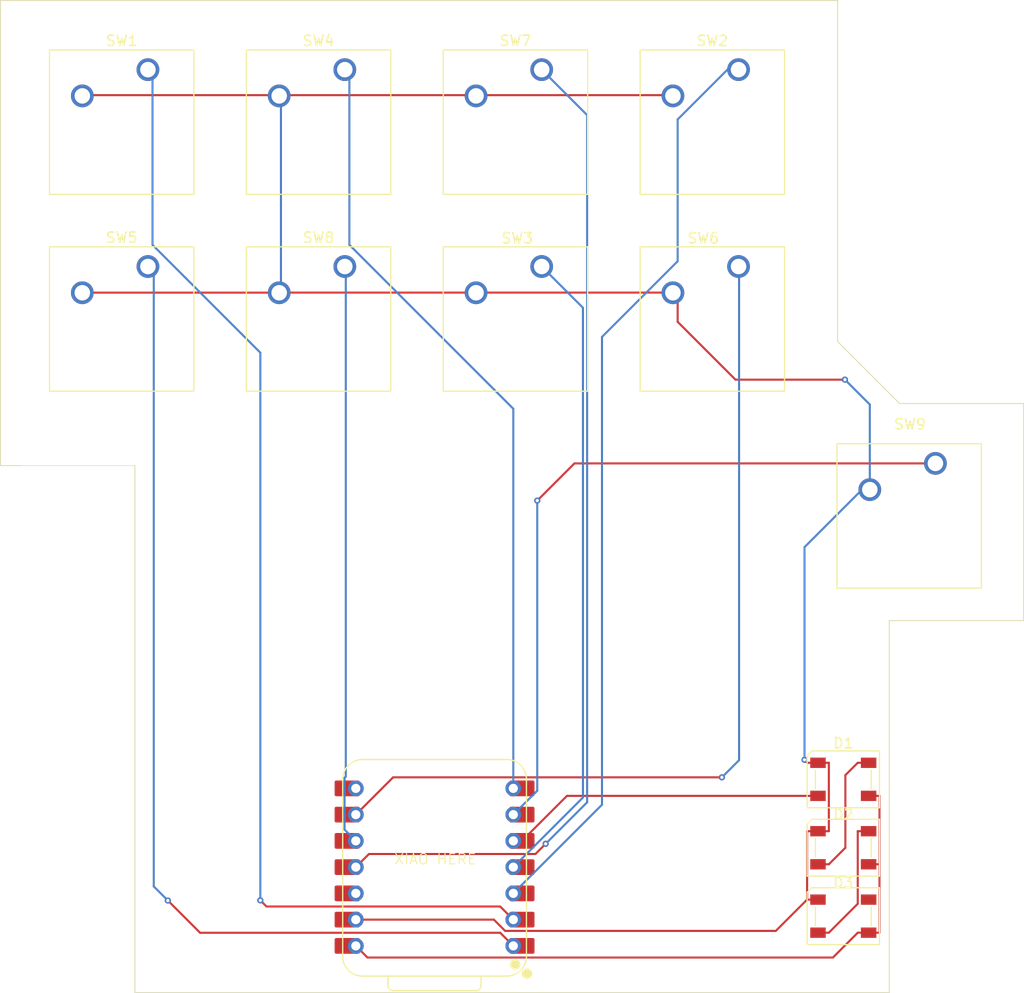
<source format=kicad_pcb>
(kicad_pcb (version 20241229) (generator "pcbnew") (generator_version "9.0")
  (layers (0 "F.Cu" signal) (2 "B.Cu" signal) (13 "F.Paste" user) (15 "B.Paste" user) (5 "F.SilkS" user "F.Silkscreen") (7 "B.SilkS" user "B.Silkscreen") (1 "F.Mask" user) (3 "B.Mask" user) (25 "Edge.Cuts" user))
  (net 0 "")
  (net 1 "Net-(D1-DOUT)")
  (net 2 "Net-(D1-DIN)")
  (net 3 "GND")
  (net 4 "Net-(U1-GPIO0{slash}TX)")
  (net 5 "Net-(D2-DOUT)")
  (net 7 "Net-(U1-GPIO26{slash}ADC0{slash}A0)")
  (net 12 "Net-(U1-GPIO4{slash}MISO)")
  (net 13 "Net-(U1-GPIO27{slash}ADC1{slash}A1)")
  (net 14 "Net-(U1-GPIO28{slash}ADC2{slash}A2)")
  (net 15 "Net-(U1-GPIO29{slash}ADC3{slash}A3)")
  (net 16 "Net-(U1-GPIO2{slash}SCK)")
  (net 17 "Net-(U1-GPIO3{slash}MOSI)")
  (net 18 "Net-(U1-GPIO7{slash}SCL)")
  (net 19 "+5V")
  (footprint "Button_Switch_Keyboard:SW_Cherry_MX_1.00u_PCB" (layer "F.Cu") (at 126.365 68.7387)
    (property "Reference" "SW3" (at -2.365 -2.73875 0) (layer "F.SilkS"))
    (property "Value" "SW_Push")
    (fp_line (start -9.525 -1.905) (end 4.445 -1.905) (stroke (width 0.12)) (layer "F.SilkS"))
    (fp_line (start -9.525 12.065) (end -9.525 -1.905) (stroke (width 0.12)) (layer "F.SilkS"))
    (fp_line (start 4.445 -1.905) (end 4.445 12.065) (stroke (width 0.12)) (layer "F.SilkS"))
    (fp_line (start 4.445 12.065) (end -9.525 12.065) (stroke (width 0.12)) (layer "F.SilkS"))
    (pad "" np_thru_hole circle (at -7.62 5.08) (size 1.7 1.7) (drill 1.7) (layers "*.Cu" "*.Mask"))
    (pad "" np_thru_hole circle (at -2.54 5.08) (size 4 4) (drill 4) (layers "*.Cu" "*.Mask"))
    (pad "" np_thru_hole circle (at 2.54 5.08) (size 1.7 1.7) (drill 1.7) (layers "*.Cu" "*.Mask"))
    (pad "1" thru_hole circle (at 0 0) (size 2.2 2.2) (drill 1.5) (layers "*.Cu" "*.Mask") (net 15 "Net-(U1-GPIO29{slash}ADC3{slash}A3)"))
    (pad "2" thru_hole circle (at -6.35 2.54) (size 2.2 2.2) (drill 1.5) (layers "*.Cu" "*.Mask") (net 3 "GND"))
  )
  (footprint "OPL:XIAO-RP2040-DIP" (layer "F.Cu") (at 116 126.856 180)
    (property "Reference" "U1" (hide yes))
    (property "Value" "XIAO-RP2040-DIP")
    (fp_line (start 8.89 8.509) (end 8.89 -8.636) (stroke (width 0.127)) (layer "F.SilkS"))
    (fp_line (start 6.985 -10.541) (end -6.985 -10.541) (stroke (width 0.1)) (layer "F.SilkS"))
    (fp_line (start 6.985 -10.541) (end -6.985 -10.541) (stroke (width 0.127)) (layer "F.SilkS"))
    (fp_line (start 4.504 -11.451) (end 4.504 -10.541) (stroke (width 0.127)) (layer "F.SilkS"))
    (fp_line (start -3.991272 -11.951) (end 4.004 -11.951) (stroke (width 0.127)) (layer "F.SilkS"))
    (fp_line (start -4.495 -10.541) (end -4.491272 -11.451272) (stroke (width 0.127)) (layer "F.SilkS"))
    (fp_line (start -6.985 10.414) (end 6.985 10.414) (stroke (width 0.127)) (layer "F.SilkS"))
    (fp_line (start -8.89 8.509) (end -8.89 -8.636) (stroke (width 0.127)) (layer "F.SilkS"))
    (fp_arc (start 8.89 8.509) (mid 8.332038 9.856038) (end 6.985 10.414) (stroke (width 0.127)) (layer "F.SilkS"))
    (fp_arc (start 6.985 -10.541) (mid 8.332038 -9.983038) (end 8.89 -8.636) (stroke (width 0.127)) (layer "F.SilkS"))
    (fp_arc (start 4.004 -11.951) (mid 4.357553 -11.804553) (end 4.504 -11.451) (stroke (width 0.127)) (layer "F.SilkS"))
    (fp_arc (start -4.491272 -11.451272) (mid -4.344728 -11.80464) (end -3.991272 -11.951) (stroke (width 0.127)) (layer "F.SilkS"))
    (fp_arc (start -6.985 10.414) (mid -8.332038 9.856038) (end -8.89 8.509) (stroke (width 0.127)) (layer "F.SilkS"))
    (fp_arc (start -8.89 -8.636) (mid -8.332038 -9.983038) (end -6.985 -10.541) (stroke (width 0.127)) (layer "F.SilkS"))
    (fp_circle (center -7.807 -9.42) (end -7.807 -9.674) (stroke (width 0.5)) (fill yes) (layer "F.SilkS"))
    (fp_circle (center -8.95 -10.3) (end -8.95 -10.554) (stroke (width 0.5)) (fill yes) (layer "F.SilkS"))
    (pad "1" smd roundrect (at -8.455 -7.62) (size 2.432 1.524) (layers "F.Cu" "F.Mask") (roundrect_rratio 0.1) (net 7 "Net-(U1-GPIO26{slash}ADC0{slash}A0)"))
    (pad "1" thru_hole circle (at -7.62 -7.62) (size 1.524 1.524) (drill 0.889) (layers "*.Cu" "*.Mask") (net 7 "Net-(U1-GPIO26{slash}ADC0{slash}A0)"))
    (pad "2" smd roundrect (at -8.455 -5.08) (size 2.432 1.524) (layers "F.Cu" "F.Mask") (roundrect_rratio 0.1) (net 13 "Net-(U1-GPIO27{slash}ADC1{slash}A1)"))
    (pad "2" thru_hole circle (at -7.62 -5.08) (size 1.524 1.524) (drill 0.889) (layers "*.Cu" "*.Mask") (net 13 "Net-(U1-GPIO27{slash}ADC1{slash}A1)"))
    (pad "3" smd roundrect (at -8.455 -2.54) (size 2.432 1.524) (layers "F.Cu" "F.Mask") (roundrect_rratio 0.1) (net 14 "Net-(U1-GPIO28{slash}ADC2{slash}A2)"))
    (pad "3" thru_hole circle (at -7.62 -2.54) (size 1.524 1.524) (drill 0.889) (layers "*.Cu" "*.Mask") (net 14 "Net-(U1-GPIO28{slash}ADC2{slash}A2)"))
    (pad "4" smd roundrect (at -8.455 0) (size 2.432 1.524) (layers "F.Cu" "F.Mask") (roundrect_rratio 0.1) (net 15 "Net-(U1-GPIO29{slash}ADC3{slash}A3)"))
    (pad "4" thru_hole circle (at -7.62 0) (size 1.524 1.524) (drill 0.889) (layers "*.Cu" "*.Mask") (net 15 "Net-(U1-GPIO29{slash}ADC3{slash}A3)"))
    (pad "5" smd roundrect (at -8.455 2.54) (size 2.432 1.524) (layers "F.Cu" "F.Mask") (roundrect_rratio 0.1) (net 2 "Net-(D1-DIN)"))
    (pad "5" thru_hole circle (at -7.62 2.54) (size 1.524 1.524) (drill 0.889) (layers "*.Cu" "*.Mask") (net 2 "Net-(D1-DIN)"))
    (pad "6" smd roundrect (at -8.455 5.08) (size 2.432 1.524) (layers "F.Cu" "F.Mask") (roundrect_rratio 0.1) (net 18 "Net-(U1-GPIO7{slash}SCL)"))
    (pad "6" thru_hole circle (at -7.62 5.08) (size 1.524 1.524) (drill 0.889) (layers "*.Cu" "*.Mask") (net 18 "Net-(U1-GPIO7{slash}SCL)"))
    (pad "7" smd roundrect (at -8.455 7.62) (size 2.432 1.524) (layers "F.Cu" "F.Mask") (roundrect_rratio 0.1) (net 4 "Net-(U1-GPIO0{slash}TX)"))
    (pad "7" thru_hole circle (at -7.62 7.62) (size 1.524 1.524) (drill 0.889) (layers "*.Cu" "*.Mask") (net 4 "Net-(U1-GPIO0{slash}TX)"))
    (pad "8" thru_hole circle (at 7.62 7.62 180) (size 1.524 1.524) (drill 0.889) (layers "*.Cu" "*.Mask"))
    (pad "8" smd roundrect (at 8.455 7.62 180) (size 2.432 1.524) (layers "F.Cu" "F.Mask") (roundrect_rratio 0.1))
    (pad "9" thru_hole circle (at 7.62 5.08 180) (size 1.524 1.524) (drill 0.889) (layers "*.Cu" "*.Mask") (net 16 "Net-(U1-GPIO2{slash}SCK)"))
    (pad "9" smd roundrect (at 8.455 5.08 180) (size 2.432 1.524) (layers "F.Cu" "F.Mask") (roundrect_rratio 0.1) (net 16 "Net-(U1-GPIO2{slash}SCK)"))
    (pad "10" thru_hole circle (at 7.62 2.54 180) (size 1.524 1.524) (drill 0.889) (layers "*.Cu" "*.Mask") (net 12 "Net-(U1-GPIO4{slash}MISO)"))
    (pad "10" smd roundrect (at 8.455 2.54 180) (size 2.432 1.524) (layers "F.Cu" "F.Mask") (roundrect_rratio 0.1) (net 12 "Net-(U1-GPIO4{slash}MISO)"))
    (pad "11" thru_hole circle (at 7.62 0 180) (size 1.524 1.524) (drill 0.889) (layers "*.Cu" "*.Mask") (net 17 "Net-(U1-GPIO3{slash}MOSI)"))
    (pad "11" smd roundrect (at 8.455 0 180) (size 2.432 1.524) (layers "F.Cu" "F.Mask") (roundrect_rratio 0.1) (net 17 "Net-(U1-GPIO3{slash}MOSI)"))
    (pad "12" thru_hole circle (at 7.62 -2.54 180) (size 1.524 1.524) (drill 0.889) (layers "*.Cu" "*.Mask"))
    (pad "12" smd roundrect (at 8.455 -2.54 180) (size 2.432 1.524) (layers "F.Cu" "F.Mask") (roundrect_rratio 0.1))
    (pad "13" thru_hole circle (at 7.62 -5.08 180) (size 1.524 1.524) (drill 0.889) (layers "*.Cu" "*.Mask") (net 3 "GND"))
    (pad "13" smd roundrect (at 8.455 -5.08 180) (size 2.432 1.524) (layers "F.Cu" "F.Mask") (roundrect_rratio 0.1) (net 3 "GND"))
    (pad "14" thru_hole circle (at 7.62 -7.62 180) (size 1.524 1.524) (drill 0.889) (layers "*.Cu" "*.Mask") (net 19 "+5V"))
    (pad "14" smd roundrect (at 8.455 -7.62 180) (size 2.432 1.524) (layers "F.Cu" "F.Mask") (roundrect_rratio 0.1) (net 19 "+5V"))
  )
  (footprint "Button_Switch_Keyboard:SW_Cherry_MX_1.00u_PCB" (layer "F.Cu") (at 88.265 68.7387)
    (property "Reference" "SW5" (at -2.54 -2.794 0) (layer "F.SilkS"))
    (property "Value" "SW_Push" (hide yes))
    (fp_line (start -9.525 -1.905) (end 4.445 -1.905) (stroke (width 0.12)) (layer "F.SilkS"))
    (fp_line (start -9.525 12.065) (end -9.525 -1.905) (stroke (width 0.12)) (layer "F.SilkS"))
    (fp_line (start 4.445 -1.905) (end 4.445 12.065) (stroke (width 0.12)) (layer "F.SilkS"))
    (fp_line (start 4.445 12.065) (end -9.525 12.065) (stroke (width 0.12)) (layer "F.SilkS"))
    (pad "" np_thru_hole circle (at -7.62 5.08) (size 1.7 1.7) (drill 1.7) (layers "*.Cu" "*.Mask"))
    (pad "" np_thru_hole circle (at -2.54 5.08) (size 4 4) (drill 4) (layers "*.Cu" "*.Mask"))
    (pad "" np_thru_hole circle (at 2.54 5.08) (size 1.7 1.7) (drill 1.7) (layers "*.Cu" "*.Mask"))
    (pad "1" thru_hole circle (at 0 0) (size 2.2 2.2) (drill 1.5) (layers "*.Cu" "*.Mask") (net 7 "Net-(U1-GPIO26{slash}ADC0{slash}A0)"))
    (pad "2" thru_hole circle (at -6.35 2.54) (size 2.2 2.2) (drill 1.5) (layers "*.Cu" "*.Mask") (net 3 "GND"))
  )
  (footprint "LED_SMD:LED_SK6812_PLCC4_5.0x5.0mm_P3.2mm" (layer "F.Cu") (at 155.55 118.36)
    (property "Reference" "D1" (at 0 -3.5 0) (layer "F.SilkS"))
    (property "Value" "SK6812")
    (fp_line (start -3.5 -2.3) (end -3.5 2.75) (stroke (width 0.12)) (layer "F.SilkS"))
    (fp_line (start -3.05 -2.75) (end -3.5 -2.3) (stroke (width 0.12)) (layer "F.SilkS"))
    (fp_line (start -2.7 -0.9) (end -2.7 0.9) (stroke (width 0.12)) (layer "F.SilkS"))
    (fp_line (start 2.7 -0.9) (end 2.7 0.9) (stroke (width 0.12)) (layer "F.SilkS"))
    (fp_line (start 3.5 -2.75) (end -3.05 -2.75) (stroke (width 0.12)) (layer "F.SilkS"))
    (fp_line (start 3.5 2.75) (end -3.5 2.75) (stroke (width 0.12)) (layer "F.SilkS"))
    (fp_line (start 3.5 2.75) (end 3.5 -2.75) (stroke (width 0.12)) (layer "F.SilkS"))
    (pad "1" smd rect (at -2.45 -1.6 180) (size 1.5 1) (layers "F.Cu" "F.Mask" "F.Paste") (net 3 "GND"))
    (pad "2" smd rect (at -2.45 1.6 180) (size 1.5 1) (layers "F.Cu" "F.Mask" "F.Paste") (net 2 "Net-(D1-DIN)"))
    (pad "3" smd rect (at 2.45 1.6 180) (size 1.5 1) (layers "F.Cu" "F.Mask" "F.Paste") (net 19 "+5V"))
    (pad "4" smd rect (at 2.45 -1.6 180) (size 1.5 1) (layers "F.Cu" "F.Mask" "F.Paste") (net 1 "Net-(D1-DOUT)"))
  )
  (footprint "Button_Switch_Keyboard:SW_Cherry_MX_1.00u_PCB" (layer "F.Cu") (at 107.315 49.6887)
    (property "Reference" "SW4" (at -2.54 -2.794 0) (layer "F.SilkS"))
    (property "Value" "SW_Push")
    (fp_line (start -9.525 -1.905) (end 4.445 -1.905) (stroke (width 0.12)) (layer "F.SilkS"))
    (fp_line (start -9.525 12.065) (end -9.525 -1.905) (stroke (width 0.12)) (layer "F.SilkS"))
    (fp_line (start 4.445 -1.905) (end 4.445 12.065) (stroke (width 0.12)) (layer "F.SilkS"))
    (fp_line (start 4.445 12.065) (end -9.525 12.065) (stroke (width 0.12)) (layer "F.SilkS"))
    (pad "" np_thru_hole circle (at -7.62 5.08) (size 1.7 1.7) (drill 1.7) (layers "*.Cu" "*.Mask"))
    (pad "" np_thru_hole circle (at -2.54 5.08) (size 4 4) (drill 4) (layers "*.Cu" "*.Mask"))
    (pad "" np_thru_hole circle (at 2.54 5.08) (size 1.7 1.7) (drill 1.7) (layers "*.Cu" "*.Mask"))
    (pad "1" thru_hole circle (at 0 0) (size 2.2 2.2) (drill 1.5) (layers "*.Cu" "*.Mask") (net 4 "Net-(U1-GPIO0{slash}TX)"))
    (pad "2" thru_hole circle (at -6.35 2.54) (size 2.2 2.2) (drill 1.5) (layers "*.Cu" "*.Mask") (net 3 "GND"))
  )
  (footprint "Button_Switch_Keyboard:SW_Cherry_MX_1.00u_PCB" (layer "F.Cu") (at 145.415 49.6887)
    (property "Reference" "SW2" (at -2.54 -2.794 0) (layer "F.SilkS"))
    (property "Value" "SW_Push")
    (fp_line (start -9.525 -1.905) (end 4.445 -1.905) (stroke (width 0.12)) (layer "F.SilkS"))
    (fp_line (start -9.525 12.065) (end -9.525 -1.905) (stroke (width 0.12)) (layer "F.SilkS"))
    (fp_line (start 4.445 -1.905) (end 4.445 12.065) (stroke (width 0.12)) (layer "F.SilkS"))
    (fp_line (start 4.445 12.065) (end -9.525 12.065) (stroke (width 0.12)) (layer "F.SilkS"))
    (pad "" np_thru_hole circle (at -7.62 5.08) (size 1.7 1.7) (drill 1.7) (layers "*.Cu" "*.Mask"))
    (pad "" np_thru_hole circle (at -2.54 5.08) (size 4 4) (drill 4) (layers "*.Cu" "*.Mask"))
    (pad "" np_thru_hole circle (at 2.54 5.08) (size 1.7 1.7) (drill 1.7) (layers "*.Cu" "*.Mask"))
    (pad "1" thru_hole circle (at 0 0) (size 2.2 2.2) (drill 1.5) (layers "*.Cu" "*.Mask") (net 14 "Net-(U1-GPIO28{slash}ADC2{slash}A2)"))
    (pad "2" thru_hole circle (at -6.35 2.54) (size 2.2 2.2) (drill 1.5) (layers "*.Cu" "*.Mask") (net 3 "GND"))
  )
  (footprint "LED_SMD:LED_SK6812_PLCC4_5.0x5.0mm_P3.2mm" (layer "F.Cu") (at 155.55 124.98)
    (property "Reference" "D2" (at 0 -3.22 0) (layer "F.SilkS"))
    (property "Value" "SK6812")
    (fp_line (start -3.5 -2.3) (end -3.5 2.75) (stroke (width 0.12)) (layer "F.SilkS"))
    (fp_line (start -3.05 -2.75) (end -3.5 -2.3) (stroke (width 0.12)) (layer "F.SilkS"))
    (fp_line (start -2.7 -0.9) (end -2.7 0.9) (stroke (width 0.12)) (layer "F.SilkS"))
    (fp_line (start 2.7 -0.9) (end 2.7 0.9) (stroke (width 0.12)) (layer "F.SilkS"))
    (fp_line (start 3.5 -2.75) (end -3.05 -2.75) (stroke (width 0.12)) (layer "F.SilkS"))
    (fp_line (start 3.5 2.75) (end -3.5 2.75) (stroke (width 0.12)) (layer "F.SilkS"))
    (fp_line (start 3.5 2.75) (end 3.5 -2.75) (stroke (width 0.12)) (layer "F.SilkS"))
    (pad "1" smd rect (at -2.45 -1.6 180) (size 1.5 1) (layers "F.Cu" "F.Mask" "F.Paste") (net 3 "GND"))
    (pad "2" smd rect (at -2.45 1.6 180) (size 1.5 1) (layers "F.Cu" "F.Mask" "F.Paste") (net 1 "Net-(D1-DOUT)"))
    (pad "3" smd rect (at 2.45 1.6 180) (size 1.5 1) (layers "F.Cu" "F.Mask" "F.Paste") (net 19 "+5V"))
    (pad "4" smd rect (at 2.45 -1.6 180) (size 1.5 1) (layers "F.Cu" "F.Mask" "F.Paste") (net 5 "Net-(D2-DOUT)"))
  )
  (footprint "Button_Switch_Keyboard:SW_Cherry_MX_1.00u_PCB" (layer "F.Cu") (at 88.265 49.6887)
    (property "Reference" "SW1" (at -2.54 -2.794 0) (layer "F.SilkS"))
    (property "Value" "SW_Push")
    (fp_line (start -9.525 -1.905) (end 4.445 -1.905) (stroke (width 0.12)) (layer "F.SilkS"))
    (fp_line (start -9.525 12.065) (end -9.525 -1.905) (stroke (width 0.12)) (layer "F.SilkS"))
    (fp_line (start 4.445 -1.905) (end 4.445 12.065) (stroke (width 0.12)) (layer "F.SilkS"))
    (fp_line (start 4.445 12.065) (end -9.525 12.065) (stroke (width 0.12)) (layer "F.SilkS"))
    (pad "" np_thru_hole circle (at -7.62 5.08) (size 1.7 1.7) (drill 1.7) (layers "*.Cu" "*.Mask"))
    (pad "" np_thru_hole circle (at -2.54 5.08) (size 4 4) (drill 4) (layers "*.Cu" "*.Mask"))
    (pad "" np_thru_hole circle (at 2.54 5.08) (size 1.7 1.7) (drill 1.7) (layers "*.Cu" "*.Mask"))
    (pad "1" thru_hole circle (at 0 0) (size 2.2 2.2) (drill 1.5) (layers "*.Cu" "*.Mask") (net 13 "Net-(U1-GPIO27{slash}ADC1{slash}A1)"))
    (pad "2" thru_hole circle (at -6.35 2.54) (size 2.2 2.2) (drill 1.5) (layers "*.Cu" "*.Mask") (net 3 "GND"))
  )
  (footprint "Button_Switch_Keyboard:SW_Cherry_MX_1.00u_PCB" (layer "F.Cu") (at 126.365 49.6887)
    (property "Reference" "SW7" (at -2.54 -2.794 0) (layer "F.SilkS"))
    (property "Value" "SW_Push")
    (fp_line (start -9.525 -1.905) (end 4.445 -1.905) (stroke (width 0.12)) (layer "F.SilkS"))
    (fp_line (start -9.525 12.065) (end -9.525 -1.905) (stroke (width 0.12)) (layer "F.SilkS"))
    (fp_line (start 4.445 -1.905) (end 4.445 12.065) (stroke (width 0.12)) (layer "F.SilkS"))
    (fp_line (start 4.445 12.065) (end -9.525 12.065) (stroke (width 0.12)) (layer "F.SilkS"))
    (pad "" np_thru_hole circle (at -7.62 5.08) (size 1.7 1.7) (drill 1.7) (layers "*.Cu" "*.Mask"))
    (pad "" np_thru_hole circle (at -2.54 5.08) (size 4 4) (drill 4) (layers "*.Cu" "*.Mask"))
    (pad "" np_thru_hole circle (at 2.54 5.08) (size 1.7 1.7) (drill 1.7) (layers "*.Cu" "*.Mask"))
    (pad "1" thru_hole circle (at 0 0) (size 2.2 2.2) (drill 1.5) (layers "*.Cu" "*.Mask") (net 17 "Net-(U1-GPIO3{slash}MOSI)"))
    (pad "2" thru_hole circle (at -6.35 2.54) (size 2.2 2.2) (drill 1.5) (layers "*.Cu" "*.Mask") (net 3 "GND"))
  )
  (footprint "Button_Switch_Keyboard:SW_Cherry_MX_1.00u_PCB" (layer "F.Cu") (at 107.315 68.7387)
    (property "Reference" "SW8" (at -2.54 -2.794 0) (layer "F.SilkS"))
    (property "Value" "SW_Push")
    (fp_line (start -9.525 -1.905) (end 4.445 -1.905) (stroke (width 0.12)) (layer "F.SilkS"))
    (fp_line (start -9.525 12.065) (end -9.525 -1.905) (stroke (width 0.12)) (layer "F.SilkS"))
    (fp_line (start 4.445 -1.905) (end 4.445 12.065) (stroke (width 0.12)) (layer "F.SilkS"))
    (fp_line (start 4.445 12.065) (end -9.525 12.065) (stroke (width 0.12)) (layer "F.SilkS"))
    (pad "" np_thru_hole circle (at -7.62 5.08) (size 1.7 1.7) (drill 1.7) (layers "*.Cu" "*.Mask"))
    (pad "" np_thru_hole circle (at -2.54 5.08) (size 4 4) (drill 4) (layers "*.Cu" "*.Mask"))
    (pad "" np_thru_hole circle (at 2.54 5.08) (size 1.7 1.7) (drill 1.7) (layers "*.Cu" "*.Mask"))
    (pad "1" thru_hole circle (at 0 0) (size 2.2 2.2) (drill 1.5) (layers "*.Cu" "*.Mask") (net 12 "Net-(U1-GPIO4{slash}MISO)"))
    (pad "2" thru_hole circle (at -6.35 2.54) (size 2.2 2.2) (drill 1.5) (layers "*.Cu" "*.Mask") (net 3 "GND"))
  )
  (footprint "Button_Switch_Keyboard:SW_Cherry_MX_1.00u_PCB" (layer "F.Cu") (at 145.415 68.7387)
    (property "Reference" "SW6" (at -3.415 -2.73875 0) (layer "F.SilkS"))
    (property "Value" "SW_Push")
    (fp_line (start -9.525 -1.905) (end 4.445 -1.905) (stroke (width 0.12)) (layer "F.SilkS"))
    (fp_line (start -9.525 12.065) (end -9.525 -1.905) (stroke (width 0.12)) (layer "F.SilkS"))
    (fp_line (start 4.445 -1.905) (end 4.445 12.065) (stroke (width 0.12)) (layer "F.SilkS"))
    (fp_line (start 4.445 12.065) (end -9.525 12.065) (stroke (width 0.12)) (layer "F.SilkS"))
    (pad "" np_thru_hole circle (at -7.62 5.08) (size 1.7 1.7) (drill 1.7) (layers "*.Cu" "*.Mask"))
    (pad "" np_thru_hole circle (at -2.54 5.08) (size 4 4) (drill 4) (layers "*.Cu" "*.Mask"))
    (pad "" np_thru_hole circle (at 2.54 5.08) (size 1.7 1.7) (drill 1.7) (layers "*.Cu" "*.Mask"))
    (pad "1" thru_hole circle (at 0 0) (size 2.2 2.2) (drill 1.5) (layers "*.Cu" "*.Mask") (net 16 "Net-(U1-GPIO2{slash}SCK)"))
    (pad "2" thru_hole circle (at -6.35 2.54) (size 2.2 2.2) (drill 1.5) (layers "*.Cu" "*.Mask") (net 3 "GND"))
  )
  (footprint "LED_SMD:LED_SK6812_PLCC4_5.0x5.0mm_P3.2mm" (layer "F.Cu") (at 155.55 131.6)
    (property "Reference" "D3" (at 0 -3.23 0) (layer "F.SilkS"))
    (property "Value" "SK6812")
    (fp_line (start -3.5 -2.3) (end -3.5 2.75) (stroke (width 0.12)) (layer "F.SilkS"))
    (fp_line (start -3.05 -2.75) (end -3.5 -2.3) (stroke (width 0.12)) (layer "F.SilkS"))
    (fp_line (start -2.7 -0.9) (end -2.7 0.9) (stroke (width 0.12)) (layer "F.SilkS"))
    (fp_line (start 2.7 -0.9) (end 2.7 0.9) (stroke (width 0.12)) (layer "F.SilkS"))
    (fp_line (start 3.5 -2.75) (end -3.05 -2.75) (stroke (width 0.12)) (layer "F.SilkS"))
    (fp_line (start 3.5 2.75) (end -3.5 2.75) (stroke (width 0.12)) (layer "F.SilkS"))
    (fp_line (start 3.5 2.75) (end 3.5 -2.75) (stroke (width 0.12)) (layer "F.SilkS"))
    (pad "1" smd rect (at -2.45 -1.6 180) (size 1.5 1) (layers "F.Cu" "F.Mask" "F.Paste") (net 3 "GND"))
    (pad "2" smd rect (at -2.45 1.6 180) (size 1.5 1) (layers "F.Cu" "F.Mask" "F.Paste") (net 5 "Net-(D2-DOUT)"))
    (pad "3" smd rect (at 2.45 1.6 180) (size 1.5 1) (layers "F.Cu" "F.Mask" "F.Paste") (net 19 "+5V"))
    (pad "4" smd rect (at 2.45 -1.6 180) (size 1.5 1) (layers "F.Cu" "F.Mask" "F.Paste"))
  )
  (footprint "Button_Switch_Keyboard:SW_Cherry_MX_1.00u_PCB" (layer "F.Cu") (at 164.465 87.7887)
    (property "Reference" "SW9" (at -2.465 -3.78875 0) (layer "F.SilkS"))
    (property "Value" "SW_Push")
    (fp_line (start -9.525 -1.905) (end 4.445 -1.905) (stroke (width 0.12)) (layer "F.SilkS"))
    (fp_line (start -9.525 12.065) (end -9.525 -1.905) (stroke (width 0.12)) (layer "F.SilkS"))
    (fp_line (start 4.445 -1.905) (end 4.445 12.065) (stroke (width 0.12)) (layer "F.SilkS"))
    (fp_line (start 4.445 12.065) (end -9.525 12.065) (stroke (width 0.12)) (layer "F.SilkS"))
    (pad "" np_thru_hole circle (at -7.62 5.08) (size 1.7 1.7) (drill 1.7) (layers "*.Cu" "*.Mask"))
    (pad "" np_thru_hole circle (at -2.54 5.08) (size 4 4) (drill 4) (layers "*.Cu" "*.Mask"))
    (pad "" np_thru_hole circle (at 2.54 5.08) (size 1.7 1.7) (drill 1.7) (layers "*.Cu" "*.Mask"))
    (pad "1" thru_hole circle (at 0 0) (size 2.2 2.2) (drill 1.5) (layers "*.Cu" "*.Mask") (net 18 "Net-(U1-GPIO7{slash}SCL)"))
    (pad "2" thru_hole circle (at -6.35 2.54) (size 2.2 2.2) (drill 1.5) (layers "*.Cu" "*.Mask") (net 3 "GND"))
  )
  (gr_line (start 88 139) (end 87 139) (stroke (width 0.1)) (layer "F.SilkS"))
  (gr_line (start 155 43) (end 155 76) (stroke (width 0.1)) (layer "F.SilkS"))
  (gr_line (start 87 139) (end 87 88) (stroke (width 0.1)) (layer "F.SilkS"))
  (gr_line (start 173 103) (end 160 103) (stroke (width 0.1)) (layer "F.SilkS"))
  (gr_line (start 173 82) (end 173 103) (stroke (width 0.1)) (layer "F.SilkS"))
  (gr_line (start 74 88) (end 74 43) (stroke (width 0.1)) (layer "F.SilkS"))
  (gr_line (start 161 82) (end 173 82) (stroke (width 0.1)) (layer "F.SilkS"))
  (gr_line (start 155 76) (end 161 82) (stroke (width 0.1)) (layer "F.SilkS"))
  (gr_line (start 160 103) (end 160 139) (stroke (width 0.1)) (layer "F.SilkS"))
  (gr_line (start 76 88) (end 74 88) (stroke (width 0.1)) (layer "F.SilkS"))
  (gr_line (start 160 139) (end 88 139) (stroke (width 0.1)) (layer "F.SilkS"))
  (gr_line (start 74 43) (end 155 43) (stroke (width 0.1)) (layer "F.SilkS"))
  (gr_line (start 160 103) (end 160 139) (stroke (width 0.05)) (layer "Edge.Cuts"))
  (gr_line (start 87 139) (end 87 88) (stroke (width 0.05)) (layer "Edge.Cuts"))
  (gr_line (start 161 82) (end 173 82) (stroke (width 0.05)) (layer "Edge.Cuts"))
  (gr_line (start 173 103) (end 160 103) (stroke (width 0.05)) (layer "Edge.Cuts"))
  (gr_line (start 155 43) (end 155 76) (stroke (width 0.05)) (layer "Edge.Cuts"))
  (gr_line (start 74 43) (end 155 43) (stroke (width 0.05)) (layer "Edge.Cuts"))
  (gr_line (start 155 76) (end 161 82) (stroke (width 0.05)) (layer "Edge.Cuts"))
  (gr_line (start 173 82) (end 173 103) (stroke (width 0.05)) (layer "Edge.Cuts"))
  (gr_line (start 74 88) (end 74 43) (stroke (width 0.05)) (layer "Edge.Cuts"))
  (gr_line (start 160 139) (end 87 139) (stroke (width 0.05)) (layer "Edge.Cuts"))
  (gr_line (start 87 88) (end 74 88) (stroke (width 0.05)) (layer "Edge.Cuts"))
  (gr_text "XIAO HERE" (at 112.035 126.666 0) (layer "F.SilkS") (effects (font (size 1 1) (thickness 0.1)) (justify left bottom)))
  (segment (start 155.7509 117.9574) (end 156.9483 116.76) (width 0.2) (layer "F.Cu") (net 1))
  (segment (start 153.1 126.58) (end 154.1517 126.58) (width 0.2) (layer "F.Cu") (net 1))
  (segment (start 154.1517 126.58) (end 155.7509 124.9808) (width 0.2) (layer "F.Cu") (net 1))
  (segment (start 158 116.76) (end 156.9483 116.76) (width 0.2) (layer "F.Cu") (net 1))
  (segment (start 155.7509 124.9808) (end 155.7509 117.9574) (width 0.2) (layer "F.Cu") (net 1))
  (segment (start 124.455 124.316) (end 128.811 119.96) (width 0.2) (layer "F.Cu") (net 2))
  (segment (start 128.811 119.96) (end 153.1 119.96) (width 0.2) (layer "F.Cu") (net 2))
  (segment (start 123.62 124.316) (end 124.455 124.316) (width 0.2) (layer "F.Cu") (net 2))
  (segment (start 119.9457 52.1594) (end 101.0343 52.1594) (width 0.2) (layer "F.Cu") (net 3))
  (segment (start 120.015 71.2613) (end 100.9824 71.2613) (width 0.2) (layer "F.Cu") (net 3))
  (segment (start 153.1 123.38) (end 152.0483 123.38) (width 0.2) (layer "F.Cu") (net 3))
  (segment (start 107.545 131.936) (end 108.38 131.936) (width 0.2) (layer "F.Cu") (net 3))
  (segment (start 153.1 116.76) (end 152.0483 116.76) (width 0.2) (layer "F.Cu") (net 3))
  (segment (start 151.7969 116.4704) (end 152.0483 116.7218) (width 0.2) (layer "F.Cu") (net 3))
  (segment (start 145.1201 79.6875) (end 139.5219 74.0893) (width 0.2) (layer "F.Cu") (net 3))
  (segment (start 101.0343 52.1594) (end 100.965 52.2287) (width 0.2) (layer "F.Cu") (net 3))
  (segment (start 152.0483 126.69) (end 152.0483 123.38) (width 0.2) (layer "F.Cu") (net 3))
  (segment (start 155.7097 79.6875) (end 145.1201 79.6875) (width 0.2) (layer "F.Cu") (net 3))
  (segment (start 121.7346 131.936) (end 122.8267 133.0281) (width 0.2) (layer "F.Cu") (net 3))
  (segment (start 120.015 71.2613) (end 120.015 71.2787) (width 0.2) (layer "F.Cu") (net 3))
  (segment (start 154.1517 116.76) (end 154.1517 123.38) (width 0.2) (layer "F.Cu") (net 3))
  (segment (start 153.1 123.38) (end 154.1517 123.38) (width 0.2) (layer "F.Cu") (net 3))
  (segment (start 139.065 71.2787) (end 139.0476 71.2613) (width 0.2) (layer "F.Cu") (net 3))
  (segment (start 108.38 131.936) (end 121.7346 131.936) (width 0.2) (layer "F.Cu") (net 3))
  (segment (start 100.8957 52.1594) (end 81.9843 52.1594) (width 0.2) (layer "F.Cu") (net 3))
  (segment (start 139.5219 74.0893) (end 139.5219 71.7356) (width 0.2) (layer "F.Cu") (net 3))
  (segment (start 149.0202 133.0281) (end 152.0483 130) (width 0.2) (layer "F.Cu") (net 3))
  (segment (start 152.0483 116.7218) (end 152.0483 116.76) (width 0.2) (layer "F.Cu") (net 3))
  (segment (start 100.9533 71.267) (end 100.965 71.2787) (width 0.2) (layer "F.Cu") (net 3))
  (segment (start 120.0843 52.1594) (end 120.015 52.2287) (width 0.2) (layer "F.Cu") (net 3))
  (segment (start 152.0483 130) (end 152.0483 126.69) (width 0.2) (layer "F.Cu") (net 3))
  (segment (start 139.0476 71.2613) (end 120.015 71.2613) (width 0.2) (layer "F.Cu") (net 3))
  (segment (start 81.915 71.2787) (end 81.9267 71.267) (width 0.2) (layer "F.Cu") (net 3))
  (segment (start 139.065 52.2287) (end 138.9957 52.1594) (width 0.2) (layer "F.Cu") (net 3))
  (segment (start 153.1 130) (end 152.0483 130) (width 0.2) (layer "F.Cu") (net 3))
  (segment (start 139.5219 71.7356) (end 139.065 71.2787) (width 0.2) (layer "F.Cu") (net 3))
  (segment (start 153.1 116.76) (end 154.1517 116.76) (width 0.2) (layer "F.Cu") (net 3))
  (segment (start 120.015 52.2287) (end 119.9457 52.1594) (width 0.2) (layer "F.Cu") (net 3))
  (segment (start 81.9267 71.267) (end 100.9533 71.267) (width 0.2) (layer "F.Cu") (net 3))
  (segment (start 100.9824 71.2613) (end 100.965 71.2787) (width 0.2) (layer "F.Cu") (net 3))
  (segment (start 122.8267 133.0281) (end 149.0202 133.0281) (width 0.2) (layer "F.Cu") (net 3))
  (segment (start 138.9957 52.1594) (end 120.0843 52.1594) (width 0.2) (layer "F.Cu") (net 3))
  (segment (start 100.965 52.2287) (end 100.8957 52.1594) (width 0.2) (layer "F.Cu") (net 3))
  (segment (start 81.9843 52.1594) (end 81.915 52.2287) (width 0.2) (layer "F.Cu") (net 3))
  (via (at 155.7097 79.6875) (size 0.6) (drill 0.3) (layers "F.Cu" "B.Cu") (net 3))
  (via (at 151.7969 116.4704) (size 0.6) (drill 0.3) (layers "F.Cu" "B.Cu") (net 3))
  (segment (start 101.1363 71.1074) (end 100.965 71.2787) (width 0.2) (layer "B.Cu") (net 3))
  (segment (start 155.7097 79.6875) (end 158.115 82.0928) (width 0.2) (layer "B.Cu") (net 3))
  (segment (start 100.965 52.2287) (end 101.1363 52.4) (width 0.2) (layer "B.Cu") (net 3))
  (segment (start 158.115 82.0928) (end 158.115 90.3287) (width 0.2) (layer "B.Cu") (net 3))
  (segment (start 101.1363 52.4) (end 101.1363 71.1074) (width 0.2) (layer "B.Cu") (net 3))
  (segment (start 158.115 90.3287) (end 157.3641 90.3287) (width 0.2) (layer "B.Cu") (net 3))
  (segment (start 151.7969 95.8959) (end 151.7969 116.4704) (width 0.2) (layer "B.Cu") (net 3))
  (segment (start 157.3641 90.3287) (end 151.7969 95.8959) (width 0.2) (layer "B.Cu") (net 3))
  (segment (start 124.455 119.236) (end 123.62 119.236) (width 0.2) (layer "F.Cu") (net 4))
  (segment (start 123.62 119.236) (end 123.62 82.5037) (width 0.2) (layer "B.Cu") (net 4))
  (segment (start 107.7581 66.6418) (end 107.7581 50.1318) (width 0.2) (layer "B.Cu") (net 4))
  (segment (start 123.62 82.5037) (end 107.7581 66.6418) (width 0.2) (layer "B.Cu") (net 4))
  (segment (start 107.7581 50.1318) (end 107.315 49.6887) (width 0.2) (layer "B.Cu") (net 4))
  (segment (start 156.9483 130.4034) (end 154.1517 133.2) (width 0.2) (layer "F.Cu") (net 5))
  (segment (start 158 123.38) (end 156.9483 123.38) (width 0.2) (layer "F.Cu") (net 5))
  (segment (start 156.9483 123.38) (end 156.9483 130.4034) (width 0.2) (layer "F.Cu") (net 5))
  (segment (start 153.1 133.2) (end 154.1517 133.2) (width 0.2) (layer "F.Cu") (net 5))
  (segment (start 90.1913 130.0888) (end 93.3099 133.2074) (width 0.2) (layer "F.Cu") (net 7))
  (segment (start 122.3514 133.2074) (end 123.62 134.476) (width 0.2) (layer "F.Cu") (net 7))
  (segment (start 93.3099 133.2074) (end 122.3514 133.2074) (width 0.2) (layer "F.Cu") (net 7))
  (segment (start 124.455 134.476) (end 123.62 134.476) (width 0.2) (layer "F.Cu") (net 7))
  (via (at 90.1913 130.0888) (size 0.6) (drill 0.3) (layers "F.Cu" "B.Cu") (net 7))
  (segment (start 88.8286 69.3023) (end 88.265 68.7387) (width 0.2) (layer "B.Cu") (net 7))
  (segment (start 90.1913 130.0888) (end 88.8286 128.7261) (width 0.2) (layer "B.Cu") (net 7))
  (segment (start 88.8286 128.7261) (end 88.8286 69.3023) (width 0.2) (layer "B.Cu") (net 7))
  (segment (start 107.545 124.316) (end 108.38 124.316) (width 0.2) (layer "F.Cu") (net 12))
  (segment (start 107.4094 68.8331) (end 107.315 68.7387) (width 0.2) (layer "B.Cu") (net 12))
  (segment (start 108.38 124.316) (end 107.293 123.229) (width 0.2) (layer "B.Cu") (net 12))
  (segment (start 107.293 118.206) (end 107.4094 118.0896) (width 0.2) (layer "B.Cu") (net 12))
  (segment (start 107.293 123.229) (end 107.293 118.206) (width 0.2) (layer "B.Cu") (net 12))
  (segment (start 107.4094 118.0896) (end 107.4094 68.8331) (width 0.2) (layer "B.Cu") (net 12))
  (segment (start 99.736 130.666) (end 99.141 130.071) (width 0.2) (layer "F.Cu") (net 13))
  (segment (start 124.455 131.936) (end 123.62 131.936) (width 0.2) (layer "F.Cu") (net 13))
  (segment (start 122.35 130.666) (end 99.736 130.666) (width 0.2) (layer "F.Cu") (net 13))
  (segment (start 123.62 131.936) (end 122.35 130.666) (width 0.2) (layer "F.Cu") (net 13))
  (via (at 99.141 130.071) (size 0.6) (drill 0.3) (layers "F.Cu" "B.Cu") (net 13))
  (segment (start 99.141 130.071) (end 99.141 77.0747) (width 0.2) (layer "B.Cu") (net 13))
  (segment (start 99.141 77.0747) (end 88.7081 66.6418) (width 0.2) (layer "B.Cu") (net 13))
  (segment (start 88.7081 66.6418) (end 88.7081 50.1318) (width 0.2) (layer "B.Cu") (net 13))
  (segment (start 88.7081 50.1318) (end 88.265 49.6887) (width 0.2) (layer "B.Cu") (net 13))
  (segment (start 124.455 129.396) (end 123.62 129.396) (width 0.2) (layer "F.Cu") (net 14))
  (segment (start 144.3392 49.6887) (end 139.5219 54.506) (width 0.2) (layer "B.Cu") (net 14))
  (segment (start 145.415 49.6887) (end 144.3392 49.6887) (width 0.2) (layer "B.Cu") (net 14))
  (segment (start 139.5219 68.2288) (end 132.201 75.5497) (width 0.2) (layer "B.Cu") (net 14))
  (segment (start 132.201 120.815) (end 123.62 129.396) (width 0.2) (layer "B.Cu") (net 14))
  (segment (start 139.5219 54.506) (end 139.5219 68.2288) (width 0.2) (layer "B.Cu") (net 14))
  (segment (start 132.201 75.5497) (end 132.201 120.815) (width 0.2) (layer "B.Cu") (net 14))
  (segment (start 124.455 126.856) (end 123.62 126.856) (width 0.2) (layer "F.Cu") (net 15))
  (segment (start 130.3573 72.731) (end 130.3573 120.1187) (width 0.2) (layer "B.Cu") (net 15))
  (segment (start 126.365 68.7387) (end 130.3573 72.731) (width 0.2) (layer "B.Cu") (net 15))
  (segment (start 130.3573 120.1187) (end 123.62 126.856) (width 0.2) (layer "B.Cu") (net 15))
  (segment (start 111.9874 118.1686) (end 108.38 121.776) (width 0.2) (layer "F.Cu") (net 16))
  (segment (start 143.8005 118.1686) (end 111.9874 118.1686) (width 0.2) (layer "F.Cu") (net 16))
  (segment (start 107.545 121.776) (end 108.38 121.776) (width 0.2) (layer "F.Cu") (net 16))
  (via (at 143.8005 118.1686) (size 0.6) (drill 0.3) (layers "F.Cu" "B.Cu") (net 16))
  (segment (start 145.4658 68.7895) (end 145.4658 116.5033) (width 0.2) (layer "B.Cu") (net 16))
  (segment (start 145.4658 116.5033) (end 143.8005 118.1686) (width 0.2) (layer "B.Cu") (net 16))
  (segment (start 145.415 68.7387) (end 145.4658 68.7895) (width 0.2) (layer "B.Cu") (net 16))
  (segment (start 125.7609 125.5863) (end 109.6497 125.5863) (width 0.2) (layer "F.Cu") (net 17))
  (segment (start 108.38 126.856) (end 107.545 126.856) (width 0.2) (layer "F.Cu") (net 17))
  (segment (start 126.7479 124.5993) (end 125.7609 125.5863) (width 0.2) (layer "F.Cu") (net 17))
  (segment (start 109.6497 125.5863) (end 108.38 126.856) (width 0.2) (layer "F.Cu") (net 17))
  (via (at 126.7479 124.5993) (size 0.6) (drill 0.3) (layers "F.Cu" "B.Cu") (net 17))
  (segment (start 130.7636 54.0873) (end 130.7636 120.5836) (width 0.2) (layer "B.Cu") (net 17))
  (segment (start 130.7636 120.5836) (end 126.7479 124.5993) (width 0.2) (layer "B.Cu") (net 17))
  (segment (start 126.365 49.6887) (end 130.7636 54.0873) (width 0.2) (layer "B.Cu") (net 17))
  (segment (start 125.9367 91.3882) (end 129.5362 87.7887) (width 0.2) (layer "F.Cu") (net 18))
  (segment (start 123.62 121.776) (end 124.455 121.776) (width 0.2) (layer "F.Cu") (net 18))
  (segment (start 129.5362 87.7887) (end 164.465 87.7887) (width 0.2) (layer "F.Cu") (net 18))
  (via (at 125.9367 91.3882) (size 0.6) (drill 0.3) (layers "F.Cu" "B.Cu") (net 18))
  (segment (start 125.9367 119.4593) (end 125.9367 91.3882) (width 0.2) (layer "B.Cu") (net 18))
  (segment (start 123.62 121.776) (end 125.9367 119.4593) (width 0.2) (layer "B.Cu") (net 18))
  (segment (start 158 126.58) (end 159.05 126.58) (width 0.2) (layer "F.Cu") (net 19))
  (segment (start 158 133.2) (end 156.9483 133.2) (width 0.2) (layer "F.Cu") (net 19))
  (segment (start 158.5259 133.2) (end 159.0517 133.2) (width 0.2) (layer "F.Cu") (net 19))
  (segment (start 158 119.96) (end 159.0517 119.96) (width 0.2) (layer "F.Cu") (net 19))
  (segment (start 109.507 135.603) (end 108.38 134.476) (width 0.2) (layer "F.Cu") (net 19))
  (segment (start 158.5259 133.2) (end 158 133.2) (width 0.2) (layer "F.Cu") (net 19))
  (segment (start 159.0517 119.96) (end 159.0517 126.58) (width 0.2) (layer "F.Cu") (net 19))
  (segment (start 159.0502 126.58) (end 159.0517 126.58) (width 0.2) (layer "F.Cu") (net 19))
  (segment (start 108.38 134.476) (end 107.545 134.476) (width 0.2) (layer "F.Cu") (net 19))
  (segment (start 159.0517 126.5815) (end 159.0517 133.2) (width 0.2) (layer "F.Cu") (net 19))
  (segment (start 159.05 126.58) (end 159.0502 126.58) (width 0.2) (layer "F.Cu") (net 19))
  (segment (start 154.5453 135.603) (end 109.507 135.603) (width 0.2) (layer "F.Cu") (net 19))
  (segment (start 156.9483 133.2) (end 154.5453 135.603) (width 0.2) (layer "F.Cu") (net 19))
  (segment (start 159.0502 126.58) (end 159.0517 126.5815) (width 0.2) (layer "F.Cu") (net 19))
)
</source>
